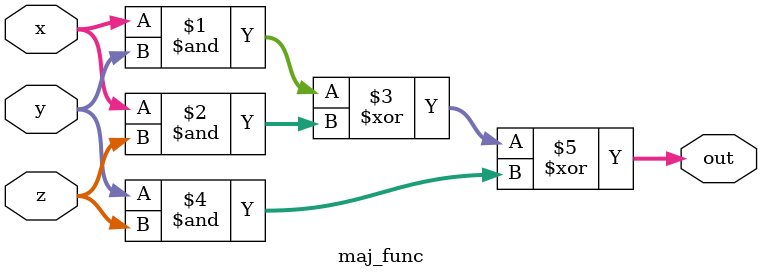
<source format=v>
module maj_func (
    input wire [31:0] x,
    input wire [31:0] y,
    input wire [31:0] z,
    output wire [31:0] out
);

    assign out = (x & y) ^ (x & z) ^ (y & z);

endmodule
</source>
